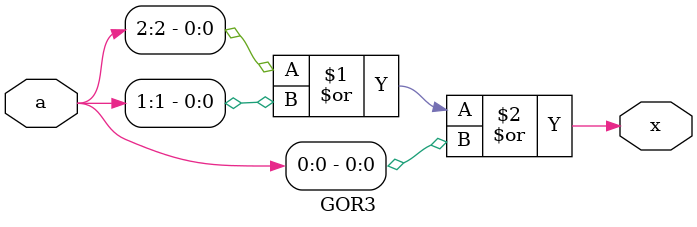
<source format=v>

module GOR3(a,x);
	input [2:0] a;
	output x;
//ASIGNACIONES
assign x= a[2]|a[1]|a[0];
endmodule 
</source>
